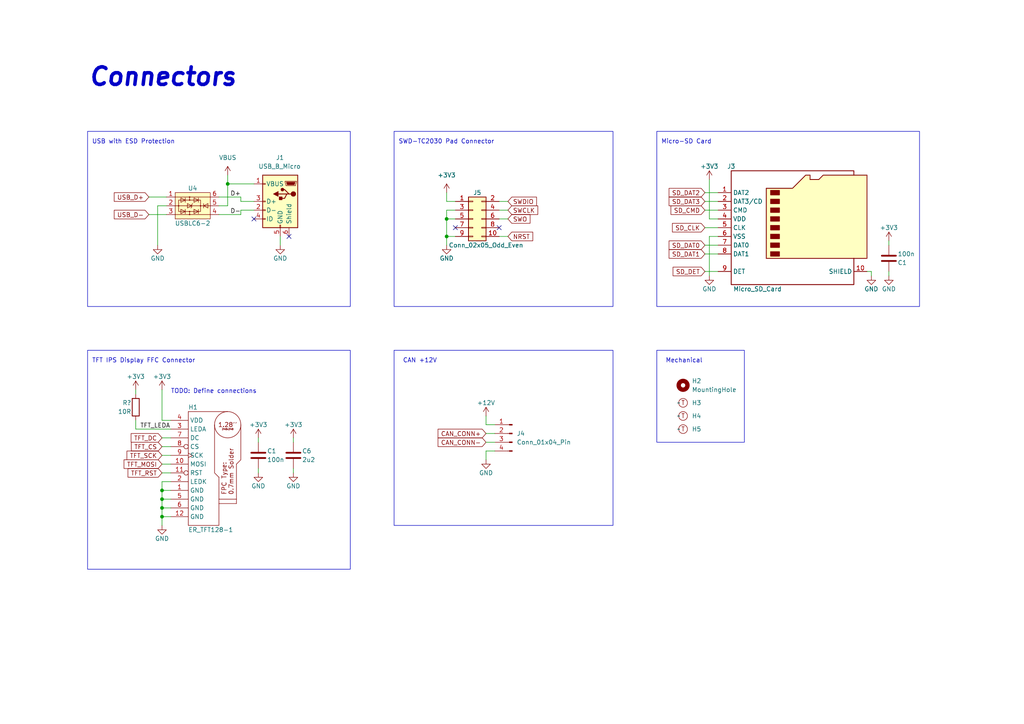
<source format=kicad_sch>
(kicad_sch (version 20230121) (generator eeschema)
  (paper "A4")
  (title_block (date "2023-08-02") (rev "R1") (company "s-grundner"))
  (lib_symbols
    (symbol "Connector:Conn_01x04_Pin" (pin_names (offset 1.016) hide)
      (property "Reference" "J" (at 0 5.08 0))
      (property "Value" "Conn_01x04_Pin" (at 0 -7.62 0))
      (symbol "Conn_01x04_Pin_1_1"
        (polyline (pts (xy 1.27 -5.08) (xy 0.8636 -5.08)) (stroke (width 0.1524)))
        (polyline (pts (xy 1.27 -2.54) (xy 0.8636 -2.54)) (stroke (width 0.1524)))
        (polyline (pts (xy 1.27 0) (xy 0.8636 0)) (stroke (width 0.1524)))
        (polyline (pts (xy 1.27 2.54) (xy 0.8636 2.54)) (stroke (width 0.1524)))
        (rectangle (start 0.8636 -4.953) (end 0 -5.207) (stroke (width 0.1524)) (fill (type outline)))
        (rectangle (start 0.8636 -2.413) (end 0 -2.667) (stroke (width 0.1524)) (fill (type outline)))
        (rectangle (start 0.8636 0.127) (end 0 -0.127) (stroke (width 0.1524)) (fill (type outline)))
        (rectangle (start 0.8636 2.667) (end 0 2.413) (stroke (width 0.1524)) (fill (type outline)))
        (pin passive line (at 5.08 2.54 180) (length 3.81) (name "Pin_1") (number "1"))
        (pin passive line (at 5.08 0 180) (length 3.81) (name "Pin_2") (number "2"))
        (pin passive line (at 5.08 -2.54 180) (length 3.81) (name "Pin_3") (number "3"))
        (pin passive line (at 5.08 -5.08 180) (length 3.81) (name "Pin_4") (number "4"))
      )
    )
    (symbol "Connector:Micro_SD_Card_Det1"
      (property "Reference" "J" (at -16.51 17.78 0))
      (property "Value" "Micro_SD_Card_Det1" (at 16.51 17.78 0))
      (property "LCSC Part #" "C428492" (at 0 0 0))
      (symbol "Micro_SD_Card_Det1_0_1"
        (rectangle (start -7.62 -6.985) (end -5.08 -8.255) (stroke (width 0.254)) (fill (type outline)))
        (rectangle (start -7.62 -4.445) (end -5.08 -5.715) (stroke (width 0.254)) (fill (type outline)))
        (rectangle (start -7.62 -1.905) (end -5.08 -3.175) (stroke (width 0.254)) (fill (type outline)))
        (rectangle (start -7.62 0.635) (end -5.08 -0.635) (stroke (width 0.254)) (fill (type outline)))
        (rectangle (start -7.62 3.175) (end -5.08 1.905) (stroke (width 0.254)) (fill (type outline)))
        (rectangle (start -7.62 5.715) (end -5.08 4.445) (stroke (width 0.254)) (fill (type outline)))
        (rectangle (start -7.62 8.255) (end -5.08 6.985) (stroke (width 0.254)) (fill (type outline)))
        (rectangle (start -7.62 10.795) (end -5.08 9.525) (stroke (width 0.254)) (fill (type outline)))
        (polyline (pts (xy 16.51 15.24) (xy 16.51 16.51) (xy -19.05 16.51) (xy -19.05 -16.51) (xy 16.51 -16.51) (xy 16.51 -8.89)) (stroke (width 0.254)))
        (polyline (pts (xy -8.89 -8.89) (xy -8.89 11.43) (xy -1.27 11.43) (xy 2.54 15.24) (xy 3.81 15.24) (xy 3.81 13.97) (xy 6.35 13.97) (xy 7.62 15.24) (xy 20.32 15.24) (xy 20.32 -8.89) (xy -8.89 -8.89)) (stroke (width 0.254)) (fill (type background)))
      )
      (symbol "Micro_SD_Card_Det1_1_1"
        (pin bidirectional line (at -22.86 10.16 0) (length 3.81) (name "DAT2") (number "1"))
        (pin passive line (at 20.32 -12.7 180) (length 3.81) (name "SHIELD") (number "10"))
        (pin bidirectional line (at -22.86 7.62 0) (length 3.81) (name "DAT3/CD") (number "2"))
        (pin input line (at -22.86 5.08 0) (length 3.81) (name "CMD") (number "3"))
        (pin power_in line (at -22.86 2.54 0) (length 3.81) (name "VDD") (number "4"))
        (pin input line (at -22.86 0 0) (length 3.81) (name "CLK") (number "5"))
        (pin power_in line (at -22.86 -2.54 0) (length 3.81) (name "VSS") (number "6"))
        (pin bidirectional line (at -22.86 -5.08 0) (length 3.81) (name "DAT0") (number "7"))
        (pin bidirectional line (at -22.86 -7.62 0) (length 3.81) (name "DAT1") (number "8"))
        (pin passive line (at -22.86 -12.7 0) (length 3.81) (name "DET") (number "9"))
      )
    )
    (symbol "Connector:USB_B_Micro" (pin_names (offset 1.016))
      (property "Reference" "J" (at -5.08 11.43 0))
      (property "Value" "USB_B_Micro" (at -5.08 8.89 0))
      (symbol "USB_B_Micro_0_1"
        (rectangle (start -5.08 -7.62) (end 5.08 7.62) (stroke (width 0.254)) (fill (type background)))
        (circle (center -3.81 2.159) (radius 0.635) (stroke (width 0.254)) (fill (type outline)))
        (circle (center -0.635 3.429) (radius 0.381) (stroke (width 0.254)) (fill (type outline)))
        (rectangle (start -0.127 -7.62) (end 0.127 -6.858))
        (polyline (pts (xy -1.905 2.159) (xy 0.635 2.159)) (stroke (width 0.254)))
        (polyline (pts (xy -3.175 2.159) (xy -2.54 2.159) (xy -1.27 3.429) (xy -0.635 3.429)) (stroke (width 0.254)))
        (polyline (pts (xy -2.54 2.159) (xy -1.905 2.159) (xy -1.27 0.889) (xy 0 0.889)) (stroke (width 0.254)))
        (polyline (pts (xy 0.635 2.794) (xy 0.635 1.524) (xy 1.905 2.159) (xy 0.635 2.794)) (stroke (width 0.254)) (fill (type outline)))
        (polyline (pts (xy -4.318 5.588) (xy -1.778 5.588) (xy -2.032 4.826) (xy -4.064 4.826) (xy -4.318 5.588)) (fill (type outline)))
        (polyline (pts (xy -4.699 5.842) (xy -4.699 5.588) (xy -4.445 4.826) (xy -4.445 4.572) (xy -1.651 4.572) (xy -1.651 4.826) (xy -1.397 5.588) (xy -1.397 5.842) (xy -4.699 5.842)))
        (rectangle (start 0.254 1.27) (end -0.508 0.508) (stroke (width 0.254)) (fill (type outline)))
        (rectangle (start 5.08 -5.207) (end 4.318 -4.953))
        (rectangle (start 5.08 -2.667) (end 4.318 -2.413))
        (rectangle (start 5.08 -0.127) (end 4.318 0.127))
        (rectangle (start 5.08 4.953) (end 4.318 5.207))
      )
      (symbol "USB_B_Micro_1_1"
        (pin power_out line (at 7.62 5.08 180) (length 2.54) (name "VBUS") (number "1"))
        (pin bidirectional line (at 7.62 -2.54 180) (length 2.54) (name "D-") (number "2"))
        (pin bidirectional line (at 7.62 0 180) (length 2.54) (name "D+") (number "3"))
        (pin passive line (at 7.62 -5.08 180) (length 2.54) (name "ID") (number "4"))
        (pin power_out line (at 0 -10.16 90) (length 2.54) (name "GND") (number "5"))
        (pin passive line (at -2.54 -10.16 90) (length 2.54) (name "Shield") (number "6"))
      )
    )
    (symbol "Connector_Generic:Conn_02x05_Odd_Even" (pin_names (offset 1.016) hide)
      (property "Reference" "J" (at 1.27 7.62 0))
      (property "Value" "Conn_02x05_Odd_Even" (at 1.27 -7.62 0))
      (symbol "Conn_02x05_Odd_Even_1_1"
        (rectangle (start -1.27 -4.953) (end 0 -5.207) (stroke (width 0.1524)))
        (rectangle (start -1.27 -2.413) (end 0 -2.667) (stroke (width 0.1524)))
        (rectangle (start -1.27 0.127) (end 0 -0.127) (stroke (width 0.1524)))
        (rectangle (start -1.27 2.667) (end 0 2.413) (stroke (width 0.1524)))
        (rectangle (start -1.27 5.207) (end 0 4.953) (stroke (width 0.1524)))
        (rectangle (start -1.27 6.35) (end 3.81 -6.35) (stroke (width 0.254)) (fill (type background)))
        (rectangle (start 3.81 -4.953) (end 2.54 -5.207) (stroke (width 0.1524)))
        (rectangle (start 3.81 -2.413) (end 2.54 -2.667) (stroke (width 0.1524)))
        (rectangle (start 3.81 0.127) (end 2.54 -0.127) (stroke (width 0.1524)))
        (rectangle (start 3.81 2.667) (end 2.54 2.413) (stroke (width 0.1524)))
        (rectangle (start 3.81 5.207) (end 2.54 4.953) (stroke (width 0.1524)))
        (pin passive line (at -5.08 5.08 0) (length 3.81) (name "Pin_1") (number "1"))
        (pin passive line (at 7.62 -5.08 180) (length 3.81) (name "Pin_10") (number "10"))
        (pin passive line (at 7.62 5.08 180) (length 3.81) (name "Pin_2") (number "2"))
        (pin passive line (at -5.08 2.54 0) (length 3.81) (name "Pin_3") (number "3"))
        (pin passive line (at 7.62 2.54 180) (length 3.81) (name "Pin_4") (number "4"))
        (pin passive line (at -5.08 0 0) (length 3.81) (name "Pin_5") (number "5"))
        (pin passive line (at 7.62 0 180) (length 3.81) (name "Pin_6") (number "6"))
        (pin passive line (at -5.08 -2.54 0) (length 3.81) (name "Pin_7") (number "7"))
        (pin passive line (at 7.62 -2.54 180) (length 3.81) (name "Pin_8") (number "8"))
        (pin passive line (at -5.08 -5.08 0) (length 3.81) (name "Pin_9") (number "9"))
      )
    )
    (symbol "Device:C" (pin_numbers hide) (pin_names (offset 0.254))
      (property "Reference" "C" (at 0.635 2.54 0))
      (property "Value" "C" (at 0.635 -2.54 0))
      (symbol "C_0_1"
        (polyline (pts (xy -2.032 -0.762) (xy 2.032 -0.762)) (stroke (width 0.508)))
        (polyline (pts (xy -2.032 0.762) (xy 2.032 0.762)) (stroke (width 0.508)))
      )
      (symbol "C_1_1"
        (pin passive line (at 0 3.81 270) (length 2.794) (name "~") (number "1"))
        (pin passive line (at 0 -3.81 90) (length 2.794) (name "~") (number "2"))
      )
    )
    (symbol "Device:R" (pin_numbers hide) (pin_names (offset 0))
      (property "Reference" "R" (at 2.032 0 90))
      (property "Value" "R" (at 0 0 90))
      (symbol "R_0_1"
        (rectangle (start -1.016 -2.54) (end 1.016 2.54) (stroke (width 0.254)))
      )
      (symbol "R_1_1"
        (pin passive line (at 0 3.81 270) (length 1.27) (name "~") (number "1"))
        (pin passive line (at 0 -3.81 90) (length 1.27) (name "~") (number "2"))
      )
    )
    (symbol "Display_Graphic:ER_TFT128-1"
      (property "Reference" "H" (at 10.16 1.27 0))
      (property "Value" "ER_TFT128-1" (at 10.16 -35.56 0))
      (symbol "ER_TFT128-1_0_0"
        (text "" (at 21.59 -15.24 0) (effects (font (size 1.27 1.27))))
      )
      (symbol "ER_TFT128-1_0_1"
        (polyline (pts (xy 19.05 -26.67) (xy 19.05 -15.24)))
        (polyline (pts (xy 19.05 -15.24) (xy 20.32 -13.97) (xy 20.32 -3.81)))
        (circle (center 16.51 -3.81) (radius 3.81))
      )
      (symbol "ER_TFT128-1_1_1"
        (polyline (pts (xy 13.97 -26.67) (xy 19.05 -26.67)) (fill (type outline)))
        (polyline (pts (xy 16.51 0) (xy 5.08 0)))
        (polyline (pts (xy 17.78 0) (xy 17.78 0)))
        (polyline (pts (xy 19.05 -25.4) (xy 13.97 -25.4)))
        (polyline (pts (xy 12.7 -3.81) (xy 12.7 -17.78) (xy 13.97 -19.05)))
        (polyline (pts (xy 5.08 0) (xy 5.08 -33.02) (xy 13.97 -33.02) (xy 13.97 -19.05)))
        (text "1.28''" (at 16.51 -3.81 0) (effects (font (size 1.27 1.27))))
        (text "240x240" (at 16.51 -5.08 0) (effects (font (size 0.508 0.508))))
        (text "FPC Type:\n0.7mm Solder\n" (at 16.51 -24.13 900) (effects (font (size 1.27 1.27)) (justify left)))
        (pin passive line (at 0 -22.86 0) (length 5.08) (name "GND") (number "1"))
        (pin passive line (at 0 -15.24 0) (length 5.08) (name "MOSI") (number "10"))
        (pin passive inverted (at 0 -17.78 0) (length 5.08) (name "RST") (number "11"))
        (pin passive line (at 0 -30.48 0) (length 5.08) (name "GND") (number "12"))
        (pin passive line (at 0 -20.32 0) (length 5.08) (name "LEDK") (number "2"))
        (pin passive line (at 0 -5.08 0) (length 5.08) (name "LEDA") (number "3"))
        (pin passive line (at 0 -2.54 0) (length 5.08) (name "VDD") (number "4"))
        (pin passive line (at 0 -25.4 0) (length 5.08) (name "GND") (number "5"))
        (pin passive line (at 0 -27.94 0) (length 5.08) (name "GND") (number "6"))
        (pin passive line (at 0 -7.62 0) (length 5.08) (name "DC") (number "7"))
        (pin passive inverted (at 0 -10.16 0) (length 5.08) (name "CS") (number "8"))
        (pin passive clock (at 0 -12.7 0) (length 5.08) (name "SCK") (number "9"))
      )
    )
    (symbol "JLC:Tooling_Hole"
      (property "Reference" "H" (at 0 2.54 0))
      (symbol "Tooling_Hole_0_1"
        (circle (center 0 0) (radius 1.27))
      )
      (symbol "Tooling_Hole_1_1"
        (text "T" (at 0 0 0) (effects (font (size 1.27 1.27))))
      )
    )
    (symbol "Mechanical:MountingHole" (pin_names (offset 1.016))
      (property "Reference" "H" (at 0 5.08 0))
      (property "Value" "MountingHole" (at 0 3.175 0))
      (symbol "MountingHole_0_1"
        (circle (center 0 0) (radius 1.27) (stroke (width 1.27)))
      )
    )
    (symbol "Power_Protection:WE-TVS-82400102"
      (property "Reference" "U" (at 0 7.62 0))
      (property "Value" "WE-TVS-82400102" (at 0 5.08 0))
      (symbol "WE-TVS-82400102_0_1"
        (rectangle (start -5.08 3.81) (end 5.08 -3.81) (fill (type background)))
        (circle (center -4.064 0) (radius 0.127))
        (rectangle (start -4.064 1.651) (end 2.286 -1.651))
        (circle (center -0.889 -2.54) (radius 0.127))
        (circle (center -0.889 -1.651) (radius 0.127))
        (circle (center -0.889 1.651) (radius 0.127))
        (circle (center -0.889 2.54) (radius 0.127))
        (polyline (pts (xy -5.08 -2.54) (xy 5.08 -2.54)))
        (polyline (pts (xy -5.08 2.54) (xy 5.08 2.54)))
        (polyline (pts (xy -4.064 0) (xy -5.08 0)))
        (polyline (pts (xy -4.064 0) (xy 2.286 0)) (fill (type outline)))
        (polyline (pts (xy -2.159 -1.016) (xy -2.159 -2.286)))
        (polyline (pts (xy -2.159 2.286) (xy -2.159 1.016)))
        (polyline (pts (xy -0.889 -1.651) (xy -0.889 -2.413)))
        (polyline (pts (xy -0.889 1.651) (xy -0.889 2.54)))
        (polyline (pts (xy -0.508 -0.635) (xy -0.508 -0.635)))
        (polyline (pts (xy 1.651 -1.016) (xy 1.651 -2.286)))
        (polyline (pts (xy 1.651 2.286) (xy 1.651 1.016)))
        (polyline (pts (xy 2.286 0) (xy 5.08 0)))
        (polyline (pts (xy -3.429 -1.016) (xy -3.429 -2.286) (xy -2.159 -1.651) (xy -3.429 -1.016)))
        (polyline (pts (xy -3.429 1.016) (xy -3.429 2.286) (xy -2.159 1.651) (xy -3.429 1.016)))
        (polyline (pts (xy 0 0.635) (xy -0.254 0.381) (xy -0.254 -0.381) (xy -0.508 -0.635)))
        (polyline (pts (xy 0.381 -1.016) (xy 0.381 -2.286) (xy 1.651 -1.651) (xy 0.381 -1.016)))
        (polyline (pts (xy 0.381 1.016) (xy 0.381 2.286) (xy 1.651 1.651) (xy 0.381 1.016)))
        (circle (center 2.286 0) (radius 0.127))
      )
      (symbol "WE-TVS-82400102_1_1"
        (polyline (pts (xy 3.175 0.635) (xy 3.175 -0.635)))
        (polyline (pts (xy -1.524 0.635) (xy -1.524 -0.635) (xy -0.254 0) (xy -1.524 0.635)))
        (polyline (pts (xy 4.445 0.635) (xy 4.445 -0.635) (xy 3.175 0) (xy 4.445 0.635)))
        (pin passive line (at -7.62 2.54 0) (length 2.54) (name "~") (number "1"))
        (pin passive line (at -7.62 0 0) (length 2.54) (name "~") (number "2"))
        (pin passive line (at -7.62 -2.54 0) (length 2.54) (name "~") (number "3"))
        (pin passive line (at 7.62 -2.54 180) (length 2.54) (name "~") (number "4"))
        (pin passive line (at 7.62 0 180) (length 2.54) (name "~") (number "5"))
        (pin passive line (at 7.62 2.54 180) (length 2.54) (name "~") (number "6"))
      )
    )
    (symbol "power:+12V" (power) (pin_names (offset 0))
      (property "Value" "+12V" (at 0 3.556 0))
      (symbol "+12V_0_1"
        (polyline (pts (xy -0.762 1.27) (xy 0 2.54)))
        (polyline (pts (xy 0 0) (xy 0 2.54)))
        (polyline (pts (xy 0 2.54) (xy 0.762 1.27)))
      )
      (symbol "+12V_1_1"
        (pin power_in line (at 0 0 90) (length 0) hide (name "+12V") (number "1"))
      )
    )
    (symbol "power:+3V3" (power) (pin_names (offset 0))
      (property "Value" "+3V3" (at 0 3.556 0))
      (symbol "+3V3_0_1"
        (polyline (pts (xy -0.762 1.27) (xy 0 2.54)))
        (polyline (pts (xy 0 0) (xy 0 2.54)))
        (polyline (pts (xy 0 2.54) (xy 0.762 1.27)))
      )
      (symbol "+3V3_1_1"
        (pin power_in line (at 0 0 90) (length 0) hide (name "+3V3") (number "1"))
      )
    )
    (symbol "power:GND" (power) (pin_names (offset 0))
      (property "Value" "GND" (at 0 -3.81 0))
      (symbol "GND_0_1"
        (polyline (pts (xy 0 0) (xy 0 -1.27) (xy 1.27 -1.27) (xy 0 -2.54) (xy -1.27 -1.27) (xy 0 -1.27)))
      )
      (symbol "GND_1_1"
        (pin power_in line (at 0 0 270) (length 0) hide (name "GND") (number "1"))
      )
    )
    (symbol "power:VBUS" (power) (pin_names (offset 0))
      (property "Value" "VBUS" (at 0 3.81 0))
      (symbol "VBUS_0_1"
        (polyline (pts (xy -0.762 1.27) (xy 0 2.54)))
        (polyline (pts (xy 0 0) (xy 0 2.54)))
        (polyline (pts (xy 0 2.54) (xy 0.762 1.27)))
      )
      (symbol "VBUS_1_1"
        (pin power_in line (at 0 0 90) (length 0) hide (name "VBUS") (number "1"))
      )
    )
  )
  (junction (at 46.99 149.86))
  (junction (at 66.04 53.34))
  (junction (at 46.99 144.78))
  (junction (at 46.99 147.32))
  (junction (at 129.54 63.5))
  (junction (at 46.99 142.24))
  (junction (at 129.54 68.58))
  (no_connect (at 73.66 63.5))
  (no_connect (at 144.78 66.04))
  (no_connect (at 83.82 68.58))
  (no_connect (at 132.08 66.04))
  (wire (pts (xy 46.99 139.7) (xy 46.99 142.24)))
  (wire (pts (xy 129.54 68.58) (xy 132.08 68.58)))
  (wire (pts (xy 46.99 134.62) (xy 49.53 134.62)))
  (wire (pts (xy 140.97 128.27) (xy 143.51 128.27)))
  (wire (pts (xy 147.32 63.5) (xy 144.78 63.5)))
  (wire (pts (xy 66.04 59.69) (xy 66.04 53.34)))
  (wire (pts (xy 39.37 124.46) (xy 49.53 124.46)))
  (wire (pts (xy 257.81 80.01) (xy 257.81 78.74)))
  (wire (pts (xy 140.97 125.73) (xy 143.51 125.73)))
  (wire (pts (xy 147.32 58.42) (xy 144.78 58.42)))
  (wire (pts (xy 46.99 149.86) (xy 46.99 152.4)))
  (wire (pts (xy 46.99 113.03) (xy 46.99 121.92)))
  (wire (pts (xy 204.47 55.88) (xy 208.28 55.88)))
  (wire (pts (xy 140.97 120.65) (xy 140.97 123.19)))
  (wire (pts (xy 85.09 137.16) (xy 85.09 135.89)))
  (wire (pts (xy 63.5 62.23) (xy 69.85 62.23)))
  (wire (pts (xy 204.47 78.74) (xy 208.28 78.74)))
  (wire (pts (xy 140.97 123.19) (xy 143.51 123.19)))
  (wire (pts (xy 85.09 127) (xy 85.09 128.27)))
  (wire (pts (xy 204.47 73.66) (xy 208.28 73.66)))
  (wire (pts (xy 46.99 144.78) (xy 46.99 147.32)))
  (wire (pts (xy 204.47 71.12) (xy 208.28 71.12)))
  (wire (pts (xy 46.99 142.24) (xy 46.99 144.78)))
  (wire (pts (xy 49.53 121.92) (xy 46.99 121.92)))
  (wire (pts (xy 74.93 127) (xy 74.93 128.27)))
  (wire (pts (xy 69.85 57.15) (xy 69.85 58.42)))
  (wire (pts (xy 132.08 60.96) (xy 129.54 60.96)))
  (wire (pts (xy 129.54 55.88) (xy 129.54 58.42)))
  (wire (pts (xy 208.28 63.5) (xy 205.74 63.5)))
  (wire (pts (xy 140.97 130.81) (xy 143.51 130.81)))
  (wire (pts (xy 205.74 68.58) (xy 205.74 80.01)))
  (wire (pts (xy 251.46 78.74) (xy 252.73 78.74)))
  (wire (pts (xy 46.99 129.54) (xy 49.53 129.54)))
  (wire (pts (xy 252.73 78.74) (xy 252.73 80.01)))
  (wire (pts (xy 43.18 62.23) (xy 48.26 62.23)))
  (wire (pts (xy 129.54 63.5) (xy 129.54 68.58)))
  (wire (pts (xy 39.37 113.03) (xy 39.37 114.3)))
  (wire (pts (xy 49.53 142.24) (xy 46.99 142.24)))
  (wire (pts (xy 69.85 58.42) (xy 73.66 58.42)))
  (wire (pts (xy 204.47 66.04) (xy 208.28 66.04)))
  (wire (pts (xy 46.99 147.32) (xy 49.53 147.32)))
  (wire (pts (xy 46.99 137.16) (xy 49.53 137.16)))
  (wire (pts (xy 129.54 60.96) (xy 129.54 63.5)))
  (wire (pts (xy 129.54 68.58) (xy 129.54 71.12)))
  (wire (pts (xy 66.04 50.8) (xy 66.04 53.34)))
  (wire (pts (xy 204.47 58.42) (xy 208.28 58.42)))
  (wire (pts (xy 74.93 137.16) (xy 74.93 135.89)))
  (wire (pts (xy 147.32 60.96) (xy 144.78 60.96)))
  (wire (pts (xy 43.18 57.15) (xy 48.26 57.15)))
  (wire (pts (xy 45.72 59.69) (xy 45.72 71.12)))
  (wire (pts (xy 204.47 60.96) (xy 208.28 60.96)))
  (wire (pts (xy 39.37 124.46) (xy 39.37 121.92)))
  (wire (pts (xy 49.53 139.7) (xy 46.99 139.7)))
  (wire (pts (xy 48.26 59.69) (xy 45.72 59.69)))
  (wire (pts (xy 208.28 68.58) (xy 205.74 68.58)))
  (wire (pts (xy 69.85 62.23) (xy 69.85 60.96)))
  (wire (pts (xy 140.97 130.81) (xy 140.97 133.35)))
  (wire (pts (xy 205.74 52.07) (xy 205.74 63.5)))
  (wire (pts (xy 147.32 68.58) (xy 144.78 68.58)))
  (wire (pts (xy 69.85 60.96) (xy 73.66 60.96)))
  (wire (pts (xy 46.99 144.78) (xy 49.53 144.78)))
  (wire (pts (xy 46.99 132.08) (xy 49.53 132.08)))
  (wire (pts (xy 63.5 57.15) (xy 69.85 57.15)))
  (wire (pts (xy 46.99 127) (xy 49.53 127)))
  (wire (pts (xy 129.54 63.5) (xy 132.08 63.5)))
  (wire (pts (xy 257.81 71.12) (xy 257.81 69.85)))
  (wire (pts (xy 81.28 68.58) (xy 81.28 71.12)))
  (wire (pts (xy 66.04 53.34) (xy 73.66 53.34)))
  (wire (pts (xy 129.54 58.42) (xy 132.08 58.42)))
  (wire (pts (xy 46.99 147.32) (xy 46.99 149.86)))
  (wire (pts (xy 63.5 59.69) (xy 66.04 59.69)))
  (wire (pts (xy 46.99 149.86) (xy 49.53 149.86)))
  (rectangle (start 114.3 38.1) (end 177.8 88.9))
  (rectangle (start 114.3 101.6) (end 177.8 152.4))
  (rectangle (start 190.5 38.1) (end 266.7 88.9))
  (rectangle (start 25.4 101.6) (end 101.6 165.1))
  (rectangle (start 25.4 38.1) (end 101.6 88.9))
  (rectangle (start 190.5 101.6) (end 215.9 128.27))
  (text "TFT IPS Display FFC Connector" (at 26.67 105.41 0) (effects (font (size 1.27 1.27)) (justify left bottom)))
  (text "CAN +12V" (at 116.84 105.41 0) (effects (font (size 1.27 1.27)) (justify left bottom)))
  (text "Mechanical" (at 193.04 105.41 0) (effects (font (size 1.27 1.27)) (justify left bottom)))
  (text "SWD-TC2030 Pad Connector\n" (at 115.57 41.91 0) (effects (font (size 1.27 1.27)) (justify left bottom)))
  (text "Micro-SD Card\n" (at 191.77 41.91 0) (effects (font (size 1.27 1.27)) (justify left bottom)))
  (text "TODO: Define connections" (at 49.53 114.3 0) (effects (font (size 1.27 1.27)) (justify left bottom)))
  (text "Connectors" (at 25.4 25.4 0) (effects (font (size 5.08 5.08) (thickness 1.016) bold italic) (justify left bottom)))
  (text "USB with ESD Protection\n" (at 26.67 41.91 0) (effects (font (size 1.27 1.27)) (justify left bottom)))
  (label "TFT_LEDA" (at 40.64 124.46 0))
  (label "D+" (at 69.85 57.15 180))
  (label "D-" (at 69.85 62.23 180))
  (global_label "TFT_DC" (shape input) (at 46.99 127 180) (property "Intersheetrefs" "${INTERSHEET_REFS}" (effects hide)))
  (global_label "CAN_CONN+" (shape input) (at 140.97 125.73 180) (property "Intersheetrefs" "${INTERSHEET_REFS}" (effects hide)))
  (global_label "NRST" (shape input) (at 147.32 68.58 0) (property "Intersheetrefs" "${INTERSHEET_REFS}" (effects hide)))
  (global_label "SD_DET" (shape input) (at 204.47 78.74 180) (property "Intersheetrefs" "${INTERSHEET_REFS}" (effects hide)))
  (global_label "SD_DAT2" (shape input) (at 204.47 55.88 180) (property "Intersheetrefs" "${INTERSHEET_REFS}" (effects hide)))
  (global_label "SD_DAT3" (shape input) (at 204.47 58.42 180) (property "Intersheetrefs" "${INTERSHEET_REFS}" (effects hide)))
  (global_label "SWO" (shape input) (at 147.32 63.5 0) (property "Intersheetrefs" "${INTERSHEET_REFS}" (effects hide)))
  (global_label "USB_D-" (shape input) (at 43.18 62.23 180) (property "Intersheetrefs" "${INTERSHEET_REFS}" (effects hide)))
  (global_label "SD_CMD" (shape input) (at 204.47 60.96 180) (property "Intersheetrefs" "${INTERSHEET_REFS}" (effects hide)))
  (global_label "TFT_MOSI" (shape input) (at 46.99 134.62 180) (property "Intersheetrefs" "${INTERSHEET_REFS}" (effects hide)))
  (global_label "TFT_SCK" (shape input) (at 46.99 132.08 180) (property "Intersheetrefs" "${INTERSHEET_REFS}" (effects hide)))
  (global_label "SWCLK" (shape input) (at 147.32 60.96 0) (property "Intersheetrefs" "${INTERSHEET_REFS}" (effects hide)))
  (global_label "TFT_CS" (shape input) (at 46.99 129.54 180) (property "Intersheetrefs" "${INTERSHEET_REFS}" (effects hide)))
  (global_label "SWDIO" (shape input) (at 147.32 58.42 0) (property "Intersheetrefs" "${INTERSHEET_REFS}" (effects hide)))
  (global_label "USB_D+" (shape input) (at 43.18 57.15 180) (property "Intersheetrefs" "${INTERSHEET_REFS}" (effects hide)))
  (global_label "SD_DAT0" (shape input) (at 204.47 71.12 180) (property "Intersheetrefs" "${INTERSHEET_REFS}" (effects hide)))
  (global_label "SD_CLK" (shape input) (at 204.47 66.04 180) (property "Intersheetrefs" "${INTERSHEET_REFS}" (effects hide)))
  (global_label "SD_DAT1" (shape input) (at 204.47 73.66 180) (property "Intersheetrefs" "${INTERSHEET_REFS}" (effects hide)))
  (global_label "CAN_CONN-" (shape input) (at 140.97 128.27 180) (property "Intersheetrefs" "${INTERSHEET_REFS}" (effects hide)))
  (global_label "TFT_RST" (shape input) (at 46.99 137.16 180) (property "Intersheetrefs" "${INTERSHEET_REFS}" (effects hide)))
  (symbol (lib_id "power:GND") (at 205.74 80.01 0) (unit 1)
    (property "Reference" "#PWR06" (effects hide))
    (property "Value" "GND" (at 205.74 83.82 0))
    (instances (project "STM32F4_HexGauge_V3" (path "" (reference "#PWR06") (unit 1)) (path "" (reference "#PWR047") (unit 1))))
  )
  (symbol (lib_id "power:+3V3") (at 85.09 127 0) (unit 1)
    (property "Reference" "#PWR054" (effects hide))
    (property "Value" "+3V3" (at 85.09 123.19 0))
  )
  (symbol (lib_id "power:+3V3") (at 205.74 52.07 0) (unit 1)
    (property "Reference" "#PWR07" (effects hide))
    (property "Value" "+3V3" (at 205.74 48.26 0))
    (instances (project "STM32F4_HexGauge_V3" (path "" (reference "#PWR07") (unit 1)) (path "" (reference "#PWR042") (unit 1))))
  )
  (symbol (lib_id "JLC:Tooling_Hole") (at 198.12 116.84 0) (unit 1)
    (property "Reference" "H3" (at 200.66 116.84 0) (effects (justify left)))
    (property "Value" "~" (at 196.85 116.84 0))
    (property "Footprint" "JLC:JLC_Tooling" (effects hide))
    (property "Datasheet" "https://jlcpcb.com/help/article/47-How-to-add-tooling-holes-for-PCB-assembly-order" (effects hide))
  )
  (symbol (lib_id "JLC:Tooling_Hole") (at 198.12 120.65 0) (unit 1)
    (property "Reference" "H4" (at 200.66 120.65 0) (effects (justify left)))
    (property "Value" "~" (at 196.85 120.65 0))
    (property "Footprint" "JLC:JLC_Tooling" (effects hide))
    (property "Datasheet" "https://jlcpcb.com/help/article/47-How-to-add-tooling-holes-for-PCB-assembly-order" (effects hide))
  )
  (symbol (lib_id "power:GND") (at 81.28 71.12 0) (unit 1)
    (property "Reference" "#PWR09" (effects hide))
    (property "Value" "GND" (at 81.28 74.93 0))
    (instances (project "STM32F4_HexGauge_V3" (path "" (reference "#PWR09") (unit 1)) (path "" (reference "#PWR045") (unit 1))))
  )
  (symbol (lib_id "power:+3V3") (at 129.54 55.88 0) (unit 1)
    (property "Reference" "#PWR07" (effects hide))
    (property "Value" "+3V3" (at 129.54 50.8 0))
    (instances (project "STM32F4_HexGauge_V3" (path "" (reference "#PWR07") (unit 1)) (path "" (reference "#PWR034") (unit 1))))
  )
  (symbol (lib_id "power:+3V3") (at 257.81 69.85 0) (unit 1)
    (property "Reference" "#PWR07" (effects hide))
    (property "Value" "+3V3" (at 257.81 66.04 0))
    (instances (project "STM32F4_HexGauge_V3" (path "" (reference "#PWR07") (unit 1)) (path "" (reference "#PWR043") (unit 1))))
  )
  (symbol (lib_id "power:+3V3") (at 46.99 113.03 0) (unit 1)
    (property "Reference" "#PWR051" (effects hide))
    (property "Value" "+3V3" (at 46.99 109.22 0))
  )
  (symbol (lib_id "Connector_Generic:Conn_02x05_Odd_Even") (at 137.16 63.5 0) (unit 1)
    (property "Reference" "J5" (at 138.43 55.88 0))
    (property "Value" "Conn_02x05_Odd_Even" (at 140.97 71.12 0))
    (property "Footprint" "Connector_PinHeader_1.27mm:PinHeader_2x05_P1.27mm_Vertical" (effects hide))
    (property "Dist" "Reichelt" (effects hide))
  )
  (symbol (lib_id "power:GND") (at 45.72 71.12 0) (unit 1)
    (property "Reference" "#PWR06" (effects hide))
    (property "Value" "GND" (at 45.72 74.93 0))
    (instances (project "STM32F4_HexGauge_V3" (path "" (reference "#PWR06") (unit 1)) (path "" (reference "#PWR044") (unit 1))))
  )
  (symbol (lib_id "Device:C") (at 257.81 74.93 0) (unit 1)
    (property "Reference" "C1" (at 260.35 76.2 0) (effects (justify left)))
    (property "Value" "100n" (at 260.35 73.66 0) (effects (justify left)))
    (property "Footprint" "Capacitor_SMD:C_0805_2012Metric_Pad1.18x1.45mm_HandSolder" (effects hide))
    (property "Dist" "Self" (effects hide))
    (instances (project "STM32F4_HexGauge_V3" (path "" (reference "C1") (unit 1)) (path "" (reference "C6") (unit 1)) (path "" (reference "C12") (unit 1)) (path "" (reference "C27") (unit 1))))
  )
  (symbol (lib_id "power:GND") (at 257.81 80.01 0) (unit 1)
    (property "Reference" "#PWR06" (effects hide))
    (property "Value" "GND" (at 257.81 83.82 0))
    (instances (project "STM32F4_HexGauge_V3" (path "" (reference "#PWR06") (unit 1)) (path "" (reference "#PWR049") (unit 1))))
  )
  (symbol (lib_id "power:+12V") (at 140.97 120.65 0) (unit 1)
    (property "Reference" "#PWR052" (effects hide))
    (property "Value" "+12V" (at 140.97 116.84 0))
  )
  (symbol (lib_id "power:GND") (at 129.54 71.12 0) (unit 1)
    (property "Reference" "#PWR06" (effects hide))
    (property "Value" "GND" (at 129.54 74.93 0))
    (instances (project "STM32F4_HexGauge_V3" (path "" (reference "#PWR06") (unit 1)) (path "" (reference "#PWR059") (unit 1))))
  )
  (symbol (lib_id "Connector:USB_B_Micro") (at 81.28 58.42 0) (mirror y) (unit 1)
    (property "Reference" "J1" (at 80.01 45.72 0) (effects (justify right)))
    (property "Value" "USB_B_Micro" (at 74.93 48.26 0) (effects (justify right)))
    (property "Footprint" "SamacSys_Parts:101181920002LF" (effects hide))
    (property "Datasheet" "https://datasheet.lcsc.com/lcsc/2206091745_XKB-Connectivity-U254-051T-4BH83-F1S_C397452.pdf" (effects hide))
    (property "LCSC Part #" "C397452" (effects hide))
    (property "Dist" "Mouser" (effects hide))
  )
  (symbol (lib_id "Device:C") (at 85.09 132.08 0) (unit 1)
    (property "Reference" "C6" (at 87.63 130.81 0) (effects (justify left)))
    (property "Value" "2u2" (at 87.63 133.35 0) (effects (justify left)))
    (property "Footprint" "Capacitor_SMD:C_0805_2012Metric_Pad1.18x1.45mm_HandSolder" (effects hide))
    (property "Dist" "Self" (effects hide))
    (instances (project "STM32F4_HexGauge_V3" (path "" (reference "C6") (unit 1)) (path "" (reference "C1") (unit 1)) (path "" (reference "C11") (unit 1)) (path "" (reference "C29") (unit 1))))
  )
  (symbol (lib_id "power:GND") (at 85.09 137.16 0) (unit 1)
    (property "Reference" "#PWR057" (effects hide))
    (property "Value" "GND" (at 85.09 140.97 0))
  )
  (symbol (lib_id "JLC:Tooling_Hole") (at 198.12 124.46 0) (unit 1)
    (property "Reference" "H5" (at 200.66 124.46 0) (effects (justify left)))
    (property "Value" "~" (at 196.85 124.46 0))
    (property "Footprint" "JLC:JLC_Tooling" (effects hide))
    (property "Datasheet" "https://jlcpcb.com/help/article/47-How-to-add-tooling-holes-for-PCB-assembly-order" (effects hide))
  )
  (symbol (lib_id "Device:R") (at 39.37 118.11 0) (unit 1)
    (property "Reference" "R?" (at 38.1 116.84 0) (effects (justify right)))
    (property "Value" "10R" (at 38.1 119.38 0) (effects (justify right)))
    (property "Footprint" "Resistor_SMD:R_0805_2012Metric_Pad1.20x1.40mm_HandSolder" (effects hide))
    (property "Dist" "Self" (effects hide))
    (instances (project "CTN" (path "" (reference "R?") (unit 1))) (project "STM32F4_HexGauge_V3" (path "" (reference "R17") (unit 1))) (project "FastHexGauge" (path "" (reference "R4") (unit 1)) (path "" (reference "R6") (unit 1))))
  )
  (symbol (lib_id "Device:C") (at 74.93 132.08 0) (unit 1)
    (property "Reference" "C1" (at 77.47 130.81 0) (effects (justify left)))
    (property "Value" "100n" (at 77.47 133.35 0) (effects (justify left)))
    (property "Footprint" "Capacitor_SMD:C_0805_2012Metric_Pad1.18x1.45mm_HandSolder" (effects hide))
    (property "Dist" "Self" (effects hide))
    (instances (project "STM32F4_HexGauge_V3" (path "" (reference "C1") (unit 1)) (path "" (reference "C6") (unit 1)) (path "" (reference "C12") (unit 1)) (path "" (reference "C28") (unit 1))))
  )
  (symbol (lib_id "Display_Graphic:ER_TFT128-1") (at 49.53 119.38 0) (unit 1)
    (property "Reference" "H1" (at 54.61 118.11 0) (effects (justify left)))
    (property "Value" "ER_TFT128-1" (at 54.61 153.67 0) (effects (justify left)))
    (property "Footprint" "Display:ER_TFT128-1" (effects hide))
    (property "Datasheet" "https://www.buydisplay.com/download/manual/ER-TFT1.28-1_Datasheet.pdf" (effects hide))
    (property "Dist" "Buydisplay" (effects hide))
  )
  (symbol (lib_id "power:+3V3") (at 74.93 127 0) (unit 1)
    (property "Reference" "#PWR053" (effects hide))
    (property "Value" "+3V3" (at 74.93 123.19 0))
  )
  (symbol (lib_id "Mechanical:MountingHole") (at 198.12 111.76 0) (unit 1)
    (property "Reference" "H2" (at 200.66 110.49 0) (effects (justify left)))
    (property "Value" "MountingHole" (at 200.66 113.03 0) (effects (justify left)))
    (property "Footprint" "MountingHole:MountingHole_3.2mm_M3_Pad_Via" (effects hide))
  )
  (symbol (lib_id "Power_Protection:WE-TVS-82400102") (at 55.88 59.69 0) (unit 1)
    (property "Reference" "U4" (at 55.88 54.61 0))
    (property "Value" "USBLC6-2" (at 55.88 64.77 0))
    (property "Footprint" "Package_TO_SOT_SMD:SOT-23-6" (effects hide))
    (property "Datasheet" "https://www.st.com/resource/en/datasheet/usblc6-2.pdf" (effects hide))
    (property "LCSC Part #" "C7519" (effects hide))
    (property "Dist" "Mouser" (effects hide))
    (instances (project "STM32F4_HexGauge_V3" (path "" (reference "U4") (unit 1)) (path "" (reference "U6") (unit 1)) (path "" (reference "U4") (unit 1))))
  )
  (symbol (lib_id "power:+3V3") (at 39.37 113.03 0) (unit 1)
    (property "Reference" "#PWR050" (effects hide))
    (property "Value" "+3V3" (at 39.37 109.22 0))
  )
  (symbol (lib_id "Connector:Micro_SD_Card_Det1") (at 231.14 66.04 0) (unit 1)
    (property "Reference" "J3" (at 212.09 48.26 0))
    (property "Value" "Micro_SD_Card" (at 219.71 83.82 0))
    (property "Footprint" "SamacSys_Parts:503398-1892" (effects hide))
    (property "Datasheet" "https://datasheet.lcsc.com/lcsc/1912111437_MOLEX-5033981892_C428492.pdf" (effects hide))
    (property "LCSC Part #" "C428492" (effects hide))
    (property "Dist" "Mouser" (effects hide))
  )
  (symbol (lib_id "power:VBUS") (at 66.04 50.8 0) (unit 1)
    (property "Reference" "#PWR08" (effects hide))
    (property "Value" "VBUS" (at 66.04 45.72 0))
    (instances (project "STM32F4_HexGauge_V3" (path "" (reference "#PWR08") (unit 1)) (path "" (reference "#PWR040") (unit 1))))
  )
  (symbol (lib_id "Connector:Conn_01x04_Pin") (at 148.59 125.73 0) (mirror y) (unit 1)
    (property "Reference" "J4" (at 149.86 125.73 0) (effects (justify right)))
    (property "Value" "Conn_01x04_Pin" (at 149.86 128.27 0) (effects (justify right)))
    (property "Footprint" "Connector_Molex:Molex_Micro-Latch_53253-0470_1x04_P2.00mm_Vertical" (effects hide))
    (property "Dist" "Reichelt" (effects hide))
  )
  (symbol (lib_id "power:GND") (at 46.99 152.4 0) (unit 1)
    (property "Reference" "#PWR058" (effects hide))
    (property "Value" "GND" (at 46.99 156.21 0))
  )
  (symbol (lib_id "power:GND") (at 74.93 137.16 0) (unit 1)
    (property "Reference" "#PWR056" (effects hide))
    (property "Value" "GND" (at 74.93 140.97 0))
  )
  (symbol (lib_id "power:GND") (at 252.73 80.01 0) (unit 1)
    (property "Reference" "#PWR06" (effects hide))
    (property "Value" "GND" (at 252.73 83.82 0))
    (instances (project "STM32F4_HexGauge_V3" (path "" (reference "#PWR06") (unit 1)) (path "" (reference "#PWR048") (unit 1))))
  )
  (symbol (lib_id "power:GND") (at 140.97 133.35 0) (unit 1)
    (property "Reference" "#PWR055" (effects hide))
    (property "Value" "GND" (at 140.97 137.16 0))
  )
)
</source>
